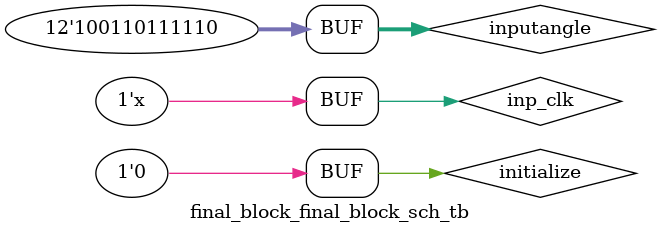
<source format=v>

`timescale 1ns / 1ps

module final_block_final_block_sch_tb();

// Inputs
   reg inp_clk;
   //reg [3:0] increment;
   reg initialize;
   reg [11:0] inputangle;

// Output
   wire [11:0] cosine;
   wire [11:0] sine;
   wire [3:0] iter;

// Bidirs

// Instantiate the UUT
   final_block UUT (
		.inp_clk(inp_clk), 
		//.increment(increment), 
		.initialize(initialize), 
		.inputangle(inputangle), 
		.cosine(cosine), 
		.sine(sine),
		.iter(iter)
   );
// Initialize Inputs
   //`ifdef auto_init
       initial begin
		inp_clk = 0;
		//increment = 0;
		initialize = 0;
		inputangle = 0;
		#10 initialize = 1;
			inputangle = -1602;
		#100
			initialize = 0;
		end
   //`endif
	
	always 
	begin
	#100 inp_clk = ~inp_clk;
	//if(inp_clk == 1 && increment <= 14 && initialize == 0)
		//increment = increment + 1;
	end
endmodule

</source>
